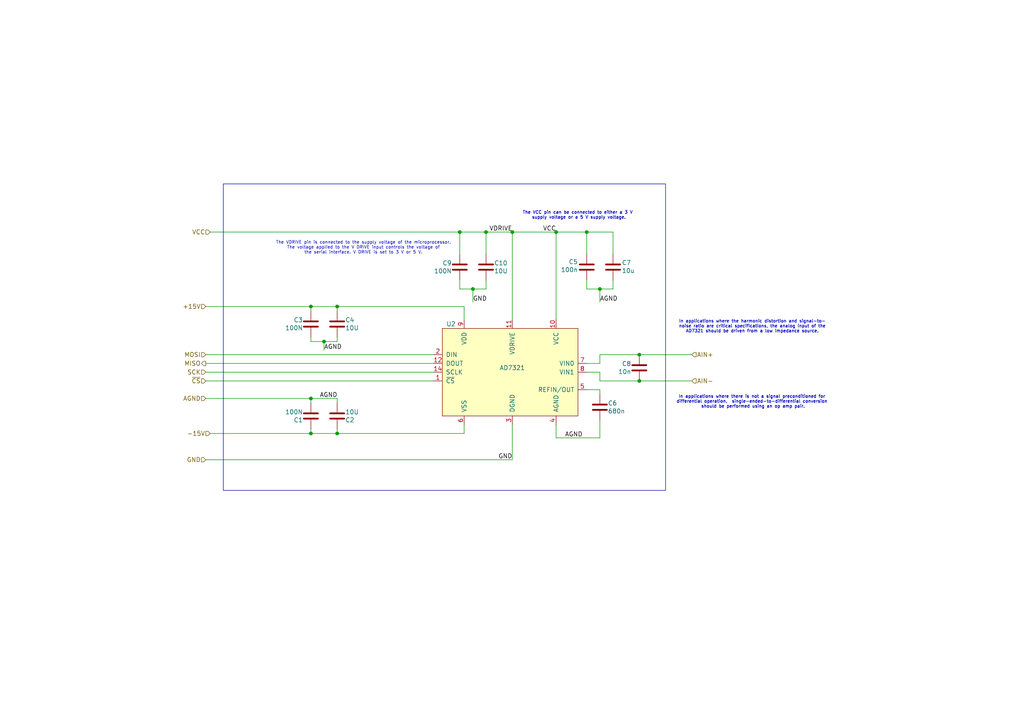
<source format=kicad_sch>
(kicad_sch (version 20250114) (generator "eeschema") (generator_version "9.0")
  (paper "A4")
  (lib_symbols
    (symbol "Device:C" (pin_numbers (hide yes)) (pin_names (offset 0.254))
      (property "Reference" "C" (at 0.635 2.54 0))
      (property "Value" "C" (at 0.635 -2.54 0))
      (symbol "C_0_1"
        (polyline (pts (xy -2.032 0.762) (xy 2.032 0.762)) (stroke (width 0.508)))
        (polyline (pts (xy -2.032 -0.762) (xy 2.032 -0.762)) (stroke (width 0.508)))
      )
      (symbol "C_1_1"
        (pin passive line (at 0 3.81 270) (length 2.794) (name "~") (number "1"))
        (pin passive line (at 0 -3.81 90) (length 2.794) (name "~") (number "2"))
      )
    )
    (symbol "william_adc:AD7321" (pin_names (offset 1.016))
      (property "Reference" "U" (at 17.78 12.7 0))
      (property "Value" "AD7321" (at 1.27 0 0))
      (symbol "AD7321_0_1"
        (rectangle (start -19.05 11.43) (end 20.32 -13.97) (fill (type background)))
      )
      (symbol "AD7321_1_1"
        (pin input line (at -21.59 1.27 0) (length 2.54) (name "VIN0") (number "7"))
        (pin input line (at -21.59 -1.27 0) (length 2.54) (name "VIN1") (number "8"))
        (pin input line (at -21.59 -6.35 0) (length 2.54) (name "REFIN/OUT") (number "5"))
        (pin power_in line (at -12.7 13.97 270) (length 2.54) (name "VCC") (number "10"))
        (pin power_in line (at -12.7 -16.51 90) (length 2.54) (name "AGND") (number "4"))
        (pin power_in line (at 0 13.97 270) (length 2.54) (name "VDRIVE") (number "11"))
        (pin passive line (at 0 -16.51 90) (length 2.54) (hide yes) (name "DGND") (number "13"))
        (pin power_in line (at 0 -16.51 90) (length 2.54) (name "DGND") (number "3"))
        (pin power_in line (at 13.97 13.97 270) (length 2.54) (name "VDD") (number "9"))
        (pin power_in line (at 13.97 -16.51 90) (length 2.54) (name "VSS") (number "6"))
        (pin input line (at 22.86 3.81 180) (length 2.54) (name "DIN") (number "2"))
        (pin output line (at 22.86 1.27 180) (length 2.54) (name "DOUT") (number "12"))
        (pin input line (at 22.86 -1.27 180) (length 2.54) (name "SCLK") (number "14"))
        (pin input line (at 22.86 -3.81 180) (length 2.54) (name "~{CS}") (number "1"))
      )
    )
  )
  (rectangle (start 64.77 53.34) (end 193.04 142.24))
  (text "In applications where the harmonic distortion and signal-to-\nnoise ratio are critical specifications, the analog input of the\nAD7321 should be driven from a low impedance source." (at 218.186 94.742 0) (effects (font (size 0.889 0.889))))
  (text "In applications where there is not a signal preconditioned for \ndifferential operation,  single-ended-to-differential conversion \nshould be performed using an op amp pair." (at 218.44 116.586 0) (effects (font (size 0.889 0.889))))
  (text "The VDRIVE pin is connected to the supply voltage of the microprocessor.\nThe voltage applied to the V DRIVE input controls the voltage of\nthe serial interface. V DRIVE is set to 3 V or 5 V." (at 105.41 71.882 0) (effects (font (size 0.889 0.889) (thickness 0.1111))))
  (text "The VCC pin can be connected to either a 3 V \nsupply voltage or a 5 V supply voltage." (at 167.894 62.484 0) (effects (font (size 0.889 0.889))))
  (junction (at 97.79 88.9))
  (junction (at 185.42 102.87))
  (junction (at 90.17 88.9))
  (junction (at 173.99 83.82))
  (junction (at 90.17 125.73))
  (junction (at 140.97 67.31))
  (junction (at 133.35 67.31))
  (junction (at 185.42 110.49))
  (junction (at 161.29 67.31))
  (junction (at 148.59 67.31))
  (junction (at 90.17 115.57))
  (junction (at 170.18 67.31))
  (junction (at 93.98 99.06))
  (junction (at 137.16 83.82))
  (junction (at 97.79 125.73))
  (wire (pts (xy 60.96 125.73) (xy 90.17 125.73)))
  (wire (pts (xy 170.18 113.03) (xy 173.99 113.03)))
  (wire (pts (xy 200.66 110.49) (xy 185.42 110.49)))
  (wire (pts (xy 59.69 115.57) (xy 90.17 115.57)))
  (wire (pts (xy 133.35 67.31) (xy 133.35 73.66)))
  (wire (pts (xy 173.99 105.41) (xy 173.99 102.87)))
  (wire (pts (xy 93.98 99.06) (xy 93.98 101.6)))
  (wire (pts (xy 97.79 88.9) (xy 97.79 90.17)))
  (wire (pts (xy 170.18 83.82) (xy 173.99 83.82)))
  (wire (pts (xy 97.79 88.9) (xy 134.62 88.9)))
  (wire (pts (xy 59.69 105.41) (xy 125.73 105.41)))
  (wire (pts (xy 173.99 107.95) (xy 170.18 107.95)))
  (wire (pts (xy 140.97 83.82) (xy 137.16 83.82)))
  (wire (pts (xy 148.59 67.31) (xy 161.29 67.31)))
  (wire (pts (xy 93.98 99.06) (xy 97.79 99.06)))
  (wire (pts (xy 161.29 127) (xy 161.29 123.19)))
  (wire (pts (xy 59.69 102.87) (xy 125.73 102.87)))
  (wire (pts (xy 90.17 124.46) (xy 90.17 125.73)))
  (wire (pts (xy 133.35 83.82) (xy 133.35 81.28)))
  (wire (pts (xy 134.62 125.73) (xy 134.62 123.19)))
  (wire (pts (xy 90.17 88.9) (xy 97.79 88.9)))
  (wire (pts (xy 173.99 110.49) (xy 173.99 107.95)))
  (wire (pts (xy 161.29 92.71) (xy 161.29 67.31)))
  (wire (pts (xy 90.17 125.73) (xy 97.79 125.73)))
  (wire (pts (xy 90.17 99.06) (xy 93.98 99.06)))
  (wire (pts (xy 133.35 67.31) (xy 140.97 67.31)))
  (wire (pts (xy 173.99 127) (xy 161.29 127)))
  (wire (pts (xy 59.69 110.49) (xy 125.73 110.49)))
  (wire (pts (xy 185.42 102.87) (xy 200.66 102.87)))
  (wire (pts (xy 148.59 133.35) (xy 148.59 123.19)))
  (wire (pts (xy 177.8 83.82) (xy 177.8 81.28)))
  (wire (pts (xy 90.17 88.9) (xy 90.17 90.17)))
  (wire (pts (xy 140.97 67.31) (xy 148.59 67.31)))
  (wire (pts (xy 140.97 67.31) (xy 140.97 73.66)))
  (wire (pts (xy 97.79 125.73) (xy 134.62 125.73)))
  (wire (pts (xy 170.18 67.31) (xy 177.8 67.31)))
  (wire (pts (xy 59.69 107.95) (xy 125.73 107.95)))
  (wire (pts (xy 170.18 67.31) (xy 170.18 73.66)))
  (wire (pts (xy 137.16 83.82) (xy 137.16 87.63)))
  (wire (pts (xy 177.8 67.31) (xy 177.8 73.66)))
  (wire (pts (xy 173.99 121.92) (xy 173.99 127)))
  (wire (pts (xy 170.18 105.41) (xy 173.99 105.41)))
  (wire (pts (xy 137.16 83.82) (xy 133.35 83.82)))
  (wire (pts (xy 97.79 124.46) (xy 97.79 125.73)))
  (wire (pts (xy 170.18 83.82) (xy 170.18 81.28)))
  (wire (pts (xy 90.17 115.57) (xy 97.79 115.57)))
  (wire (pts (xy 134.62 88.9) (xy 134.62 92.71)))
  (wire (pts (xy 59.69 133.35) (xy 148.59 133.35)))
  (wire (pts (xy 97.79 99.06) (xy 97.79 97.79)))
  (wire (pts (xy 161.29 67.31) (xy 170.18 67.31)))
  (wire (pts (xy 90.17 99.06) (xy 90.17 97.79)))
  (wire (pts (xy 173.99 113.03) (xy 173.99 114.3)))
  (wire (pts (xy 173.99 83.82) (xy 173.99 87.63)))
  (wire (pts (xy 90.17 115.57) (xy 90.17 116.84)))
  (wire (pts (xy 60.96 67.31) (xy 133.35 67.31)))
  (wire (pts (xy 173.99 110.49) (xy 185.42 110.49)))
  (wire (pts (xy 148.59 67.31) (xy 148.59 92.71)))
  (wire (pts (xy 140.97 83.82) (xy 140.97 81.28)))
  (wire (pts (xy 97.79 115.57) (xy 97.79 116.84)))
  (wire (pts (xy 59.69 88.9) (xy 90.17 88.9)))
  (wire (pts (xy 173.99 83.82) (xy 177.8 83.82)))
  (wire (pts (xy 173.99 102.87) (xy 185.42 102.87)))
  (label "VCC" (at 161.29 67.31 180))
  (label "AGND" (at 93.98 101.6 0))
  (label "AGND" (at 163.83 127 0))
  (label "GND" (at 148.59 133.35 180))
  (label "GND" (at 137.16 87.63 0))
  (label "VDRIVE" (at 148.59 67.31 180))
  (label "AGND" (at 173.99 87.63 0))
  (label "AGND" (at 92.71 115.57 0))
  (hierarchical_label "AIN-" (shape input) (at 200.66 110.49 0))
  (hierarchical_label "AGND" (shape input) (at 59.69 115.57 180))
  (hierarchical_label "SCK" (shape input) (at 59.69 107.95 180))
  (hierarchical_label "GND" (shape input) (at 59.69 133.35 180))
  (hierarchical_label "~{CS}" (shape input) (at 59.69 110.49 180))
  (hierarchical_label "AIN+" (shape input) (at 200.66 102.87 0))
  (hierarchical_label "MOSI" (shape input) (at 59.69 102.87 180))
  (hierarchical_label "+15V" (shape input) (at 59.69 88.9 180))
  (hierarchical_label "-15V" (shape input) (at 60.96 125.73 180))
  (hierarchical_label "MISO" (shape output) (at 59.69 105.41 180))
  (hierarchical_label "VCC" (shape input) (at 60.96 67.31 180))
  (symbol (lib_id "Device:C") (at 185.42 106.68 0) (mirror y) (unit 1)
    (property "Reference" "C8" (at 183.0832 105.5116 0) (effects (justify left)))
    (property "Value" "10n" (at 183.0832 107.823 0) (effects (justify left)))
    (property "Footprint" "Capacitor_SMD:C_0603_1608Metric" (effects (hide yes)))
  )
  (symbol (lib_id "william_adc:AD7321") (at 148.59 106.68 0) (mirror y) (unit 1)
    (property "Reference" "U2" (at 130.81 93.98 0))
    (property "Value" "AD7321" (at 148.59 106.68 0))
    (property "Footprint" "Package_SO:TSSOP-14_4.4x5mm_P0.65mm" (effects (hide yes)))
    (property "Datasheet" "https://www.analog.com/media/en/technical-documentation/data-sheets/AD7321.pdf" (effects (hide yes)))
  )
  (symbol (lib_id "Device:C") (at 173.99 118.11 180) (unit 1)
    (property "Reference" "C6" (at 176.3014 116.9416 0) (effects (justify right)))
    (property "Value" "680n" (at 176.3014 119.253 0) (effects (justify right)))
    (property "Footprint" "Capacitor_SMD:C_0603_1608Metric" (effects (hide yes)))
  )
  (symbol (lib_id "Device:C") (at 90.17 120.65 0) (unit 1)
    (property "Reference" "C1" (at 87.8586 121.8184 0) (effects (justify right)))
    (property "Value" "100N" (at 87.8586 119.507 0) (effects (justify right)))
    (property "Footprint" "Capacitor_SMD:C_0603_1608Metric" (effects (hide yes)))
  )
  (symbol (lib_id "Device:C") (at 97.79 120.65 0) (mirror y) (unit 1)
    (property "Reference" "C2" (at 100.1268 121.8184 0) (effects (justify right)))
    (property "Value" "10U" (at 100.1268 119.507 0) (effects (justify right)))
    (property "Footprint" "Capacitor_SMD:C_0805_2012Metric" (effects (hide yes)))
  )
  (symbol (lib_id "Device:C") (at 90.17 93.98 0) (mirror x) (unit 1)
    (property "Reference" "C3" (at 87.8586 92.8116 0) (effects (justify right)))
    (property "Value" "100N" (at 87.8586 95.123 0) (effects (justify right)))
    (property "Footprint" "Capacitor_SMD:C_0603_1608Metric" (effects (hide yes)))
  )
  (symbol (lib_id "Device:C") (at 97.79 93.98 180) (unit 1)
    (property "Reference" "C4" (at 100.1268 92.8116 0) (effects (justify right)))
    (property "Value" "10U" (at 100.1268 95.123 0) (effects (justify right)))
    (property "Footprint" "Capacitor_SMD:C_0805_2012Metric" (effects (hide yes)))
  )
  (symbol (lib_id "Device:C") (at 170.18 77.47 0) (mirror x) (unit 1)
    (property "Reference" "C5" (at 167.64 75.946 0) (effects (justify right)))
    (property "Value" "100n" (at 167.64 78.2574 0) (effects (justify right)))
    (property "Footprint" "Capacitor_SMD:C_0603_1608Metric" (effects (hide yes)))
  )
  (symbol (lib_id "Device:C") (at 177.8 77.47 180) (unit 1)
    (property "Reference" "C7" (at 180.34 76.2 0) (effects (justify right)))
    (property "Value" "10u" (at 180.34 78.5114 0) (effects (justify right)))
    (property "Footprint" "Capacitor_SMD:C_0805_2012Metric" (effects (hide yes)))
  )
  (symbol (lib_id "Device:C") (at 133.35 77.47 0) (mirror x) (unit 1)
    (property "Reference" "C9" (at 131.0386 76.3016 0) (effects (justify right)))
    (property "Value" "100N" (at 131.0386 78.613 0) (effects (justify right)))
    (property "Footprint" "Capacitor_SMD:C_0603_1608Metric" (effects (hide yes)))
  )
  (symbol (lib_id "Device:C") (at 140.97 77.47 180) (unit 1)
    (property "Reference" "C10" (at 143.3068 76.3016 0) (effects (justify right)))
    (property "Value" "10U" (at 143.3068 78.613 0) (effects (justify right)))
    (property "Footprint" "Capacitor_SMD:C_0805_2012Metric" (effects (hide yes)))
  )
)
</source>
